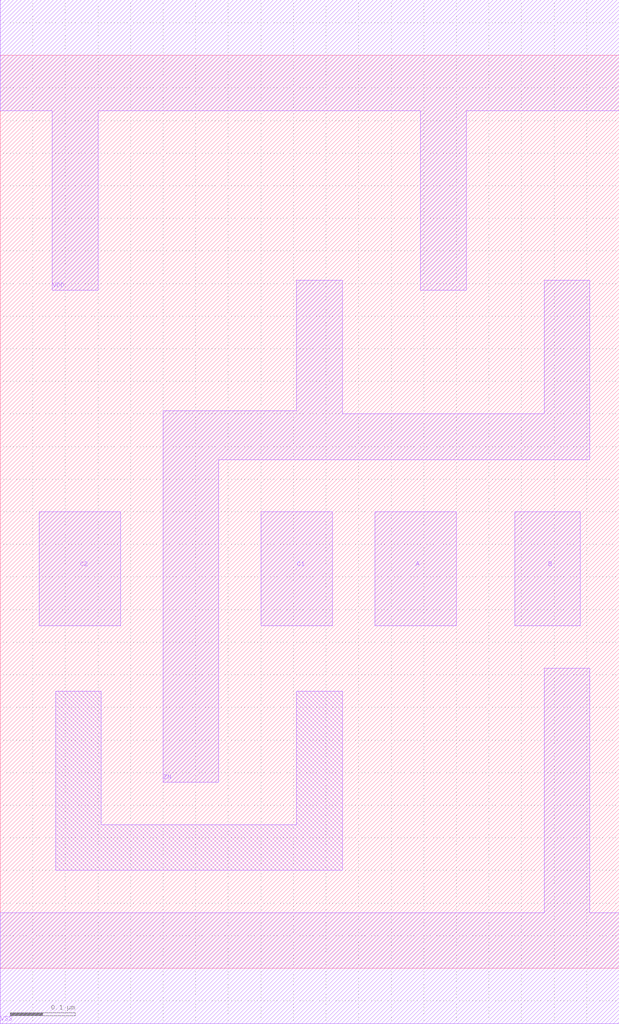
<source format=lef>
# 
# ******************************************************************************
# *                                                                            *
# *                   Copyright (C) 2004-2010, Nangate Inc.                    *
# *                           All rights reserved.                             *
# *                                                                            *
# * Nangate and the Nangate logo are trademarks of Nangate Inc.                *
# *                                                                            *
# * All trademarks, logos, software marks, and trade names (collectively the   *
# * "Marks") in this program are proprietary to Nangate or other respective    *
# * owners that have granted Nangate the right and license to use such Marks.  *
# * You are not permitted to use the Marks without the prior written consent   *
# * of Nangate or such third party that may own the Marks.                     *
# *                                                                            *
# * This file has been provided pursuant to a License Agreement containing     *
# * restrictions on its use. This file contains valuable trade secrets and     *
# * proprietary information of Nangate Inc., and is protected by U.S. and      *
# * international laws and/or treaties.                                        *
# *                                                                            *
# * The copyright notice(s) in this file does not indicate actual or intended  *
# * publication of this file.                                                  *
# *                                                                            *
# *     NGLibraryCreator, v2010.08-HR32-SP3-2010-08-05 - build 1009061800      *
# *                                                                            *
# ******************************************************************************
# 
# 
# Running on brazil06.nangate.com.br for user Giancarlo Franciscatto (gfr).
# Local time is now Fri, 3 Dec 2010, 19:32:18.
# Main process id is 27821.

VERSION 5.6 ;
BUSBITCHARS "[]" ;
DIVIDERCHAR "/" ;

MACRO OAI211_X1
  CLASS core ;
  FOREIGN OAI211_X1 0.0 0.0 ;
  ORIGIN 0 0 ;
  SYMMETRY X Y ;
  SITE FreePDK45_38x28_10R_NP_162NW_34O ;
  SIZE 0.95 BY 1.4 ;
  PIN A
    DIRECTION INPUT ;
    ANTENNAPARTIALMETALAREA 0.021875 LAYER metal1 ;
    ANTENNAPARTIALMETALSIDEAREA 0.078 LAYER metal1 ;
    ANTENNAGATEAREA 0.05225 ;
    PORT
      LAYER metal1 ;
        POLYGON 0.575 0.525 0.7 0.525 0.7 0.7 0.575 0.7  ;
    END
  END A
  PIN B
    DIRECTION INPUT ;
    ANTENNAPARTIALMETALAREA 0.0175 LAYER metal1 ;
    ANTENNAPARTIALMETALSIDEAREA 0.0715 LAYER metal1 ;
    ANTENNAGATEAREA 0.05225 ;
    PORT
      LAYER metal1 ;
        POLYGON 0.79 0.525 0.89 0.525 0.89 0.7 0.79 0.7  ;
    END
  END B
  PIN C1
    DIRECTION INPUT ;
    ANTENNAPARTIALMETALAREA 0.01925 LAYER metal1 ;
    ANTENNAPARTIALMETALSIDEAREA 0.0741 LAYER metal1 ;
    ANTENNAGATEAREA 0.05225 ;
    PORT
      LAYER metal1 ;
        POLYGON 0.4 0.525 0.51 0.525 0.51 0.7 0.4 0.7  ;
    END
  END C1
  PIN C2
    DIRECTION INPUT ;
    ANTENNAPARTIALMETALAREA 0.021875 LAYER metal1 ;
    ANTENNAPARTIALMETALSIDEAREA 0.078 LAYER metal1 ;
    ANTENNAGATEAREA 0.05225 ;
    PORT
      LAYER metal1 ;
        POLYGON 0.06 0.525 0.185 0.525 0.185 0.7 0.06 0.7  ;
    END
  END C2
  PIN ZN
    DIRECTION OUTPUT ;
    ANTENNAPARTIALMETALAREA 0.11765 LAYER metal1 ;
    ANTENNAPARTIALMETALSIDEAREA 0.4238 LAYER metal1 ;
    ANTENNADIFFAREA 0.21245 ;
    PORT
      LAYER metal1 ;
        POLYGON 0.25 0.285 0.335 0.285 0.335 0.78 0.525 0.78 0.905 0.78 0.905 1.055 0.835 1.055 0.835 0.85 0.525 0.85 0.525 1.055 0.455 1.055 0.455 0.855 0.25 0.855  ;
    END
  END ZN
  PIN VDD
    DIRECTION INOUT ;
    USE power ;
    SHAPE ABUTMENT ;
    PORT
      LAYER metal1 ;
        POLYGON 0 1.315 0.08 1.315 0.08 1.04 0.15 1.04 0.15 1.315 0.525 1.315 0.645 1.315 0.645 1.04 0.715 1.04 0.715 1.315 0.95 1.315 0.95 1.485 0.525 1.485 0 1.485  ;
    END
  END VDD
  PIN VSS
    DIRECTION INOUT ;
    USE ground ;
    SHAPE ABUTMENT ;
    PORT
      LAYER metal1 ;
        POLYGON 0 -0.085 0.95 -0.085 0.95 0.085 0.905 0.085 0.905 0.46 0.835 0.46 0.835 0.085 0 0.085  ;
    END
  END VSS
  OBS
      LAYER metal1 ;
        POLYGON 0.085 0.15 0.525 0.15 0.525 0.425 0.455 0.425 0.455 0.22 0.155 0.22 0.155 0.425 0.085 0.425  ;
  END
END OAI211_X1

END LIBRARY
#
# End of file
#

</source>
